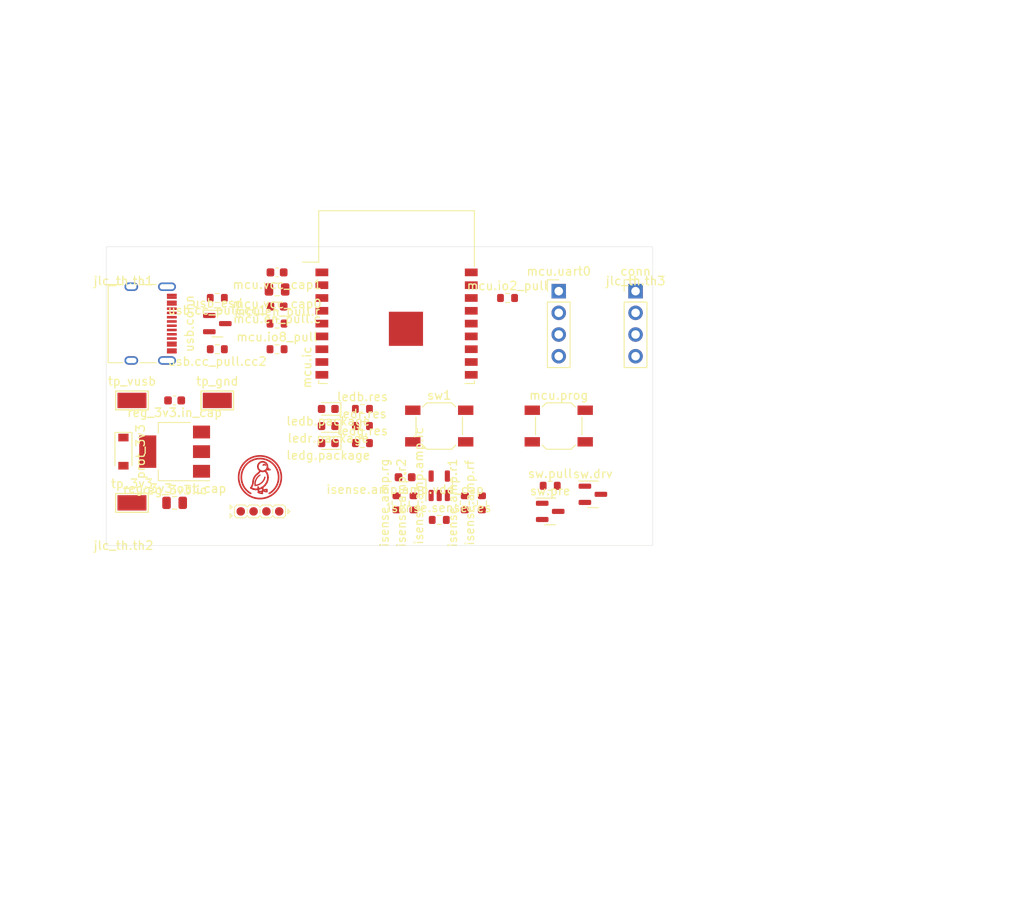
<source format=kicad_pcb>
(kicad_pcb (version 20211014) (generator pcbnew)
  (layers (0 "F.Cu" signal "Front") (31 "B.Cu" signal "Back") (34 "B.Paste" user) (35 "F.Paste" user) (36 "B.SilkS" user "B.Silkscreen") (37 "F.SilkS" user "F.Silkscreen") (38 "B.Mask" user) (39 "F.Mask" user) (44 "Edge.Cuts" user))
  (net 0 "")
  (net 1 "gnd")
  (net 2 "usb.conn.A5")
  (net 3 "vusb")
  (net 4 "usb.conn.B5")
  (net 5 "mcu.ic.io8")
  (net 6 "ledr.res.a")
  (net 7 "ledg.res.a")
  (net 8 "ledb.res.a")
  (net 9 "sw.pre.drain")
  (net 10 "mcu.ic.io2")
  (net 11 "mcu.ic.en")
  (net 12 "ledr.signal")
  (net 13 "ledg.signal")
  (net 14 "ledb.signal")
  (net 15 "sw.control")
  (net 16 "mcu.prog.out")
  (net 17 "mcu.uart0.uart.tx")
  (net 18 "mcu.uart0.uart.rx")
  (net 19 "v3v3")
  (net 20 "usb.usb.dm")
  (net 21 "usb.usb.dp")
  (net 22 "sw1.out")
  (net 23 "conn.uart.tx")
  (net 24 "conn.uart.rx")
  (net 25 "sw.output")
  (net 26 "isense.pwr_out")
  (net 27 "isense.amp.r1.b")
  (net 28 "isense.amp.r2.b")
  (net 29 "isense.out")
  (footprint "Resistor_SMD:R_0603_1608Metric" (layer "F.Cu") (at 134 58)
    (fp_text reference "ledb.res" (at 0 -1.43) (layer "F.SilkS"))
    (fp_text value "")
    (fp_line (start -0.237258 -0.5225) (end 0.237258 -0.5225) (layer "F.SilkS") (width 0.12))
    (fp_line (start -0.237258 0.5225) (end 0.237258 0.5225) (layer "F.SilkS") (width 0.12))
    (pad "1" smd roundrect (at -0.825 0) (size 0.8 0.95) (layers "F.Cu" "F.Paste" "F.Mask") (net 8 "ledb.res.a"))
    (pad "2" smd roundrect (at 0.825 0) (size 0.8 0.95) (layers "F.Cu" "F.Paste" "F.Mask") (net 1 "gnd"))
  )
  (footprint "Resistor_SMD:R_0603_1608Metric" (layer "F.Cu") (at 156 67)
    (fp_text reference "sw.pull" (at 0 -1.43) (layer "F.SilkS"))
    (fp_text value "")
    (fp_line (start -0.237258 0.5225) (end 0.237258 0.5225) (layer "F.SilkS") (width 0.12))
    (fp_line (start -0.237258 -0.5225) (end 0.237258 -0.5225) (layer "F.SilkS") (width 0.12))
    (pad "1" smd roundrect (at -0.825 0) (size 0.8 0.95) (layers "F.Cu" "F.Paste" "F.Mask") (net 26 "isense.pwr_out"))
    (pad "2" smd roundrect (at 0.825 0) (size 0.8 0.95) (layers "F.Cu" "F.Paste" "F.Mask") (net 9 "sw.pre.drain"))
  )
  (footprint "Resistor_SMD:R_0603_1608Metric" (layer "F.Cu") (at 124 51)
    (fp_text reference "mcu.io8_pull" (at 0 -1.43) (layer "F.SilkS"))
    (fp_text value "")
    (fp_line (start -0.237258 -0.5225) (end 0.237258 -0.5225) (layer "F.SilkS") (width 0.12))
    (fp_line (start -0.237258 0.5225) (end 0.237258 0.5225) (layer "F.SilkS") (width 0.12))
    (pad "1" smd roundrect (at -0.825 0) (size 0.8 0.95) (layers "F.Cu" "F.Paste" "F.Mask") (net 19 "v3v3"))
    (pad "2" smd roundrect (at 0.825 0) (size 0.8 0.95) (layers "F.Cu" "F.Paste" "F.Mask") (net 5 "mcu.ic.io8"))
  )
  (footprint "Package_TO_SOT_SMD:SOT-23" (layer "F.Cu") (at 117 48)
    (fp_text reference "usb_esd" (at 0 -2.4) (layer "F.SilkS"))
    (fp_text value "PESD5V0X1BT (Nexperia)")
    (fp_line (start 0 1.56) (end -0.65 1.56) (layer "F.SilkS") (width 0.12))
    (fp_line (start 0 1.56) (end 0.65 1.56) (layer "F.SilkS") (width 0.12))
    (fp_line (start 0 -1.56) (end -1.675 -1.56) (layer "F.SilkS") (width 0.12))
    (fp_line (start 0 -1.56) (end 0.65 -1.56) (layer "F.SilkS") (width 0.12))
    (pad "1" smd roundrect (at -0.9375 -0.95) (size 1.475 0.6) (layers "F.Cu" "F.Paste" "F.Mask") (net 20 "usb.usb.dm"))
    (pad "2" smd roundrect (at -0.9375 0.95) (size 1.475 0.6) (layers "F.Cu" "F.Paste" "F.Mask") (net 21 "usb.usb.dp"))
    (pad "3" smd roundrect (at 0.9375 0) (size 1.475 0.6) (layers "F.Cu" "F.Paste" "F.Mask") (net 1 "gnd"))
  )
  (footprint "RF_Module:ESP-WROOM-02" (layer "F.Cu") (at 138 48)
    (fp_text reference "mcu.ic" (at -10.5 5.13 90) (layer "F.SilkS"))
    (fp_text value "ESP32-C3-WROOM-02 (Espressif Systems)")
    (fp_line (start 9.12 6.7) (end 9.12 7) (layer "F.SilkS") (width 0.12))
    (fp_line (start -9.12 -13.22) (end 9.12 -13.22) (layer "F.SilkS") (width 0.12))
    (fp_line (start -9.12 7.02) (end -8.1 7.02) (layer "F.SilkS") (width 0.12))
    (fp_line (start 9.12 -13.22) (end 9.12 -6.7) (layer "F.SilkS") (width 0.12))
    (fp_line (start -9.12 -7.2) (end -11 -7.2) (layer "F.SilkS") (width 0.12))
    (fp_line (start -9.12 6.7) (end -9.12 7.02) (layer "F.SilkS") (width 0.12))
    (fp_line (start -9.12 -13.22) (end -9.12 -7.2) (layer "F.SilkS") (width 0.12))
    (fp_line (start 8 7.02) (end 9.12 7.02) (layer "F.SilkS") (width 0.12))
    (pad "1" smd rect (at -8.75 -6) (size 1.5 0.9) (layers "F.Cu" "F.Paste" "F.Mask") (net 19 "v3v3"))
    (pad "2" smd rect (at -8.75 -4.5) (size 1.5 0.9) (layers "F.Cu" "F.Paste" "F.Mask") (net 11 "mcu.ic.en"))
    (pad "3" smd rect (at -8.75 -3) (size 1.5 0.9) (layers "F.Cu" "F.Paste" "F.Mask") (net 22 "sw1.out"))
    (pad "4" smd rect (at -8.75 -1.5) (size 1.5 0.9) (layers "F.Cu" "F.Paste" "F.Mask") (net 12 "ledr.signal"))
    (pad "5" smd rect (at -8.75 0) (size 1.5 0.9) (layers "F.Cu" "F.Paste" "F.Mask") (net 13 "ledg.signal"))
    (pad "6" smd rect (at -8.75 1.5) (size 1.5 0.9) (layers "F.Cu" "F.Paste" "F.Mask") (net 14 "ledb.signal"))
    (pad "7" smd rect (at -8.75 3) (size 1.5 0.9) (layers "F.Cu" "F.Paste" "F.Mask") (net 5 "mcu.ic.io8"))
    (pad "8" smd rect (at -8.75 4.5) (size 1.5 0.9) (layers "F.Cu" "F.Paste" "F.Mask") (net 16 "mcu.prog.out"))
    (pad "9" smd rect (at -8.75 6) (size 1.5 0.9) (layers "F.Cu" "F.Paste" "F.Mask") (net 1 "gnd"))
    (pad "10" smd rect (at 8.75 6) (size 1.5 0.9) (layers "F.Cu" "F.Paste" "F.Mask") (net 15 "sw.control"))
    (pad "11" smd rect (at 8.75 4.5) (size 1.5 0.9) (layers "F.Cu" "F.Paste" "F.Mask") (net 17 "mcu.uart0.uart.tx"))
    (pad "12" smd rect (at 8.75 3) (size 1.5 0.9) (layers "F.Cu" "F.Paste" "F.Mask") (net 18 "mcu.uart0.uart.rx"))
    (pad "13" smd rect (at 8.75 1.5) (size 1.5 0.9) (layers "F.Cu" "F.Paste" "F.Mask") (net 20 "usb.usb.dm"))
    (pad "14" smd rect (at 8.75 0) (size 1.5 0.9) (layers "F.Cu" "F.Paste" "F.Mask") (net 21 "usb.usb.dp"))
    (pad "15" smd rect (at 8.75 -1.5) (size 1.5 0.9) (layers "F.Cu" "F.Paste" "F.Mask") (net 29 "isense.out"))
    (pad "16" smd rect (at 8.75 -3) (size 1.5 0.9) (layers "F.Cu" "F.Paste" "F.Mask") (net 10 "mcu.ic.io2"))
    (pad "17" smd rect (at 8.75 -4.5) (size 1.5 0.9) (layers "F.Cu" "F.Paste" "F.Mask") (net 23 "conn.uart.tx"))
    (pad "18" smd rect (at 8.75 -6) (size 1.5 0.9) (layers "F.Cu" "F.Paste" "F.Mask") (net 24 "conn.uart.rx"))
    (pad "19" smd rect (at 1.1 0.61) (size 4 4) (layers "F.Cu" "F.Paste" "F.Mask") (net 1 "gnd"))
  )
  (footprint "TestPoint:TestPoint_Keystone_5015_Micro-Minature" (layer "F.Cu") (at 107 57)
    (fp_text reference "tp_vusb" (at 0 -2.25) (layer "F.SilkS"))
    (fp_text value "5015 (Keystone) - vusb")
    (fp_line (start -1.9 1.1) (end -1.9 -1.1) (layer "F.SilkS") (width 0.15))
    (fp_line (start 1.9 1.1) (end -1.9 1.1) (layer "F.SilkS") (width 0.15))
    (fp_line (start 1.9 -1.1) (end 1.9 1.1) (layer "F.SilkS") (width 0.15))
    (fp_line (start -1.9 -1.1) (end 1.9 -1.1) (layer "F.SilkS") (width 0.15))
    (pad "1" smd rect (at 0 0) (size 3.4 1.8) (layers "F.Cu" "F.Paste" "F.Mask") (net 3 "vusb"))
  )
  (footprint "TestPoint:TestPoint_Keystone_5015_Micro-Minature" (layer "F.Cu") (at 117 57)
    (fp_text reference "tp_gnd" (at 0 -2.25) (layer "F.SilkS"))
    (fp_text value "5015 (Keystone) - gnd")
    (fp_line (start 1.9 -1.1) (end 1.9 1.1) (layer "F.SilkS") (width 0.15))
    (fp_line (start -1.9 -1.1) (end 1.9 -1.1) (layer "F.SilkS") (width 0.15))
    (fp_line (start -1.9 1.1) (end -1.9 -1.1) (layer "F.SilkS") (width 0.15))
    (fp_line (start 1.9 1.1) (end -1.9 1.1) (layer "F.SilkS") (width 0.15))
    (pad "1" smd rect (at 0 0) (size 3.4 1.8) (layers "F.Cu" "F.Paste" "F.Mask") (net 1 "gnd"))
  )
  (footprint "Package_TO_SOT_SMD:SOT-23-5" (layer "F.Cu") (at 143 67 90)
    (fp_text reference "isense.amp.amp.ic" (at 0 -2.4 90) (layer "F.SilkS"))
    (fp_text value "LMV321 (Texas Instruments)")
    (fp_line (start 0 1.56) (end 0.8 1.56) (layer "F.SilkS") (width 0.12))
    (fp_line (start 0 1.56) (end -0.8 1.56) (layer "F.SilkS") (width 0.12))
    (fp_line (start 0 -1.56) (end -1.8 -1.56) (layer "F.SilkS") (width 0.12))
    (fp_line (start 0 -1.56) (end 0.8 -1.56) (layer "F.SilkS") (width 0.12))
    (pad "1" smd roundrect (at -1.1375 -0.95 90) (size 1.325 0.6) (layers "F.Cu" "F.Paste" "F.Mask") (net 28 "isense.amp.r2.b"))
    (pad "2" smd roundrect (at -1.1375 0 90) (size 1.325 0.6) (layers "F.Cu" "F.Paste" "F.Mask") (net 1 "gnd"))
    (pad "3" smd roundrect (at -1.1375 0.95 90) (size 1.325 0.6) (layers "F.Cu" "F.Paste" "F.Mask") (net 27 "isense.amp.r1.b"))
    (pad "4" smd roundrect (at 1.1375 0.95 90) (size 1.325 0.6) (layers "F.Cu" "F.Paste" "F.Mask") (net 29 "isense.out"))
    (pad "5" smd roundrect (at 1.1375 -0.95 90) (size 1.325 0.6) (layers "F.Cu" "F.Paste" "F.Mask") (net 19 "v3v3"))
  )
  (footprint "LED_SMD:LED_0603_1608Metric" (layer "F.Cu") (at 130 60 180)
    (fp_text reference "ledr.package" (at 0 -1.43) (layer "F.SilkS"))
    (fp_text value "KT-0603R (Hubei KENTO Elec) - Red 615~630nm 1.9~2.2V 0603 Light Emitting Diodes (LED) RoHS")
    (fp_line (start 0.8 -0.735) (end -1.485 -0.735) (layer "F.SilkS") (width 0.12))
    (fp_line (start -1.485 -0.735) (end -1.485 0.735) (layer "F.SilkS") (width 0.12))
    (fp_line (start -1.485 0.735) (end 0.8 0.735) (layer "F.SilkS") (width 0.12))
    (pad "1" smd roundrect (at -0.7875 0 180) (size 0.875 0.95) (layers "F.Cu" "F.Paste" "F.Mask") (net 6 "ledr.res.a"))
    (pad "2" smd roundrect (at 0.7875 0 180) (size 0.875 0.95) (layers "F.Cu" "F.Paste" "F.Mask") (net 12 "ledr.signal"))
  )
  (footprint "Diode_SMD:D_SOD-123" (layer "F.Cu") (at 106 63 -90)
    (fp_text reference "prot_3v3" (at 0 -2 90) (layer "F.SilkS"))
    (fp_text value "BZT52C3V6 (SMC(Sangdest Microelectronicstronic (Nanjing))) - 5?A@1V 90? Single 3.6V~3.8V 350mW 3.4V SOD-123 Zener Diodes ROHS")
    (fp_line (start -2.25 -1) (end -2.25 1) (layer "F.SilkS") (width 0.12))
    (fp_line (start -2.25 -1) (end 1.65 -1) (layer "F.SilkS") (width 0.12))
    (fp_line (start -2.25 1) (end 1.65 1) (layer "F.SilkS") (width 0.12))
    (pad "1" smd rect (at -1.65 0 270) (size 0.9 1.2) (layers "F.Cu" "F.Paste" "F.Mask") (net 19 "v3v3"))
    (pad "2" smd rect (at 1.65 0 270) (size 0.9 1.2) (layers "F.Cu" "F.Paste" "F.Mask") (net 1 "gnd"))
  )
  (footprint "Resistor_SMD:R_0603_1608Metric" (layer "F.Cu") (at 146 69 90)
    (fp_text reference "isense.amp.r1" (at 0 -1.43 90) (layer "F.SilkS"))
    (fp_text value "")
    (fp_line (start -0.237258 0.5225) (end 0.237258 0.5225) (layer "F.SilkS") (width 0.12))
    (fp_line (start -0.237258 -0.5225) (end 0.237258 -0.5225) (layer "F.SilkS") (width 0.12))
    (pad "1" smd roundrect (at -0.825 0 90) (size 0.8 0.95) (layers "F.Cu" "F.Paste" "F.Mask") (net 26 "isense.pwr_out"))
    (pad "2" smd roundrect (at 0.825 0 90) (size 0.8 0.95) (layers "F.Cu" "F.Paste" "F.Mask") (net 27 "isense.amp.r1.b"))
  )
  (footprint "Capacitor_SMD:C_0603_1608Metric" (layer "F.Cu") (at 124 42 180)
    (fp_text reference "mcu.vcc_cap1" (at 0 -1.43) (layer "F.SilkS"))
    (fp_text value "")
    (fp_line (start -0.14058 0.51) (end 0.14058 0.51) (layer "F.SilkS") (width 0.12))
    (fp_line (start -0.14058 -0.51) (end 0.14058 -0.51) (layer "F.SilkS") (width 0.12))
    (pad "1" smd roundrect (at -0.775 0 180) (size 0.9 0.95) (layers "F.Cu" "F.Paste" "F.Mask") (net 19 "v3v3"))
    (pad "2" smd roundrect (at 0.775 0 180) (size 0.9 0.95) (layers "F.Cu" "F.Paste" "F.Mask") (net 1 "gnd"))
  )
  (footprint "Resistor_SMD:R_0603_1608Metric" (layer "F.Cu") (at 134 60)
    (fp_text reference "ledr.res" (at 0 -1.43) (layer "F.SilkS"))
    (fp_text value "")
    (fp_line (start -0.237258 0.5225) (end 0.237258 0.5225) (layer "F.SilkS") (width 0.12))
    (fp_line (start -0.237258 -0.5225) (end 0.237258 -0.5225) (layer "F.SilkS") (width 0.12))
    (pad "1" smd roundrect (at -0.825 0) (size 0.8 0.95) (layers "F.Cu" "F.Paste" "F.Mask") (net 6 "ledr.res.a"))
    (pad "2" smd roundrect (at 0.825 0) (size 0.8 0.95) (layers "F.Cu" "F.Paste" "F.Mask") (net 1 "gnd"))
  )
  (footprint "Connector_PinHeader_2.54mm:PinHeader_1x04_P2.54mm_Vertical" (layer "F.Cu") (at 157 44.2)
    (fp_text reference "mcu.uart0" (at 0 -2.33) (layer "F.SilkS"))
    (fp_text value "PinHeader2.54 1x4 (Generic)")
    (fp_line (start -1.33 -1.33) (end 0 -1.33) (layer "F.SilkS") (width 0.12))
    (fp_line (start 1.33 1.27) (end 1.33 8.95) (layer "F.SilkS") (width 0.12))
    (fp_line (start -1.33 8.95) (end 1.33 8.95) (layer "F.SilkS") (width 0.12))
    (fp_line (start -1.33 1.27) (end -1.33 8.95) (layer "F.SilkS") (width 0.12))
    (fp_line (start -1.33 1.27) (end 1.33 1.27) (layer "F.SilkS") (width 0.12))
    (fp_line (start -1.33 0) (end -1.33 -1.33) (layer "F.SilkS") (width 0.12))
    (pad "1" thru_hole rect (at 0 0) (size 1.7 1.7) (drill 1) (layers *.Cu *.Mask) (net 19 "v3v3"))
    (pad "2" thru_hole oval (at 0 2.54) (size 1.7 1.7) (drill 1) (layers *.Cu *.Mask) (net 18 "mcu.uart0.uart.rx"))
    (pad "3" thru_hole oval (at 0 5.08) (size 1.7 1.7) (drill 1) (layers *.Cu *.Mask) (net 17 "mcu.uart0.uart.tx"))
    (pad "4" thru_hole oval (at 0 7.62) (size 1.7 1.7) (drill 1) (layers *.Cu *.Mask) (net 1 "gnd"))
  )
  (footprint "Capacitor_SMD:C_0603_1608Metric" (layer "F.Cu") (at 139 66 180)
    (fp_text reference "isense.amp.amp.vdd_cap" (at 0 -1.43) (layer "F.SilkS"))
    (fp_text value "")
    (fp_line (start -0.14058 -0.51) (end 0.14058 -0.51) (layer "F.SilkS") (width 0.12))
    (fp_line (start -0.14058 0.51) (end 0.14058 0.51) (layer "F.SilkS") (width 0.12))
    (pad "1" smd roundrect (at -0.775 0 180) (size 0.9 0.95) (layers "F.Cu" "F.Paste" "F.Mask") (net 19 "v3v3"))
    (pad "2" smd roundrect (at 0.775 0 180) (size 0.9 0.95) (layers "F.Cu" "F.Paste" "F.Mask") (net 1 "gnd"))
  )
  (footprint "edg:JlcToolingHole_1.152mm" (layer "F.Cu") (at 106 72)
    (fp_text reference "jlc_th.th2" (at 0 2) (layer "F.SilkS"))
    (fp_text value "")
    (pad "" np_thru_hole circle locked (at 0 0) (size 1.152 1.152) (drill 1.152) (layers *.Cu *.Mask))
  )
  (footprint "edg:JlcToolingHole_1.152mm" (layer "F.Cu") (at 166 41)
    (fp_text reference "jlc_th.th3" (at 0 2) (layer "F.SilkS"))
    (fp_text value "")
    (pad "" np_thru_hole circle locked (at 0 0) (size 1.152 1.152) (drill 1.152) (layers *.Cu *.Mask))
  )
  (footprint "Connector_USB:USB_C_Receptacle_XKB_U262-16XN-4BVC11" (layer "F.Cu") (at 108 48 -90)
    (fp_text reference "usb.conn" (at 0 -5.715 90) (layer "F.SilkS"))
    (fp_text value "COM-15111 (Sparkfun)")
    (fp_line (start -4.58 3.785) (end -4.58 2.08) (layer "F.SilkS") (width 0.12))
    (fp_line (start 4.58 0.07) (end 4.58 -1.85) (layer "F.SilkS") (width 0.12))
    (fp_line (start -4.58 -1.85) (end -4.58 0.07) (layer "F.SilkS") (width 0.12))
    (fp_line (start 4.58 2.08) (end 4.58 3.785) (layer "F.SilkS") (width 0.12))
    (fp_line (start 4.58 3.785) (end -4.58 3.785) (layer "F.SilkS") (width 0.12))
    (pad "" np_thru_hole circle (at 2.89 -2.605 270) (size 0.65 0.65) (drill 0.65) (layers *.Cu *.Mask))
    (pad "" np_thru_hole circle (at -2.89 -2.605 270) (size 0.65 0.65) (drill 0.65) (layers *.Cu *.Mask))
    (pad "A1" smd rect (at -3.35 -3.67 270) (size 0.3 1.15) (layers "F.Cu" "F.Paste" "F.Mask") (net 1 "gnd"))
    (pad "A4" smd rect (at -2.55 -3.67 270) (size 0.3 1.15) (layers "F.Cu" "F.Paste" "F.Mask") (net 3 "vusb"))
    (pad "A5" smd rect (at -1.25 -3.67 270) (size 0.3 1.15) (layers "F.Cu" "F.Paste" "F.Mask") (net 2 "usb.conn.A5"))
    (pad "A6" smd rect (at -0.25 -3.67 270) (size 0.3 1.15) (layers "F.Cu" "F.Paste" "F.Mask") (net 21 "usb.usb.dp"))
    (pad "A7" smd rect (at 0.25 -3.67 270) (size 0.3 1.15) (layers "F.Cu" "F.Paste" "F.Mask") (net 20 "usb.usb.dm"))
    (pad "A8" smd rect (at 1.25 -3.67 270) (size 0.3 1.15) (layers "F.Cu" "F.Paste" "F.Mask"))
    (pad "A9" smd rect (at 2.55 -3.67 270) (size 0.3 1.15) (layers "F.Cu" "F.Paste" "F.Mask") (net 3 "vusb"))
    (pad "A12" smd rect (at 3.35 -3.67 270) (size 0.3 1.15) (layers "F.Cu" "F.Paste" "F.Mask") (net 1 "gnd"))
    (pad "B1" smd rect (at 3.05 -3.67 270) (size 0.3 1.15) (layers "F.Cu" "F.Paste" "F.Mask") (net 1 "gnd"))
    (pad "B4" smd rect (at 2.25 -3.67 270) (size 0.3 1.15) (layers "F.Cu" "F.Paste" "F.Mask") (net 3 "vusb"))
    (pad "B5" smd rect (at 1.75 -3.67 270) (size 0.3 1.15) (layers "F.Cu" "F.Paste" "F.Mask") (net 4 "usb.conn.B5"))
    (pad "B6" smd rect (at 0.75 -3.67 270) (size 0.3 1.15) (layers "F.Cu" "F.Paste" "F.Mask") (net 21 "usb.usb.dp"))
    (pad "B7" smd rect (at -0.75 -3.67 270) (size 0.3 1.15) (layers "F.Cu" "F.Paste" "F.Mask") (net 20 "usb.usb.dm"))
    (pad "B8" smd rect (at -1.75 -3.67 270) (size 0.3 1.15) (layers "F.Cu" "F.Paste" "F.Mask"))
    (pad "B9" smd rect (at -2.25 -3.67 270) (size 0.3 1.15) (layers "F.Cu" "F.Paste" "F.Mask") (net 3 "vusb"))
    (pad "B12" smd rect (at -3.05 -3.67 270) (size 0.3 1.15) (layers "F.Cu" "F.Paste" "F.Mask") (net 1 "gnd"))
    (pad "S1" thru_hole oval (at -4.32 -3.105 270) (size 1 2.1) (drill oval 0.6 1.7) (layers *.Cu *.Mask) (net 1 "gnd"))
    (pad "S1" thru_hole oval (at 4.32 1.075 270) (size 1 1.6) (drill oval 0.6 1.2) (layers *.Cu *.Mask) (net 1 "gnd"))
    (pad "S1" thru_hole oval (at 4.32 -3.105 270) (size 1 2.1) (drill oval 0.6 1.7) (layers *.Cu *.Mask) (net 1 "gnd"))
    (pad "S1" thru_hole oval (at -4.32 1.075 270) (size 1 1.6) (drill oval 0.6 1.2) (layers *.Cu *.Mask) (net 1 "gnd"))
  )
  (footprint "Resistor_SMD:R_0603_1608Metric" (layer "F.Cu") (at 148 69 90)
    (fp_text reference "isense.amp.rf" (at 0 -1.43 90) (layer "F.SilkS"))
    (fp_text value "")
    (fp_line (start -0.237258 -0.5225) (end 0.237258 -0.5225) (layer "F.SilkS") (width 0.12))
    (fp_line (start -0.237258 0.5225) (end 0.237258 0.5225) (layer "F.SilkS") (width 0.12))
    (pad "1" smd roundrect (at -0.825 0 90) (size 0.8 0.95) (layers "F.Cu" "F.Paste" "F.Mask") (net 29 "isense.out"))
    (pad "2" smd roundrect (at 0.825 0 90) (size 0.8 0.95) (layers "F.Cu" "F.Paste" "F.Mask") (net 27 "isense.amp.r1.b"))
  )
  (footprint "Resistor_SMD:R_0603_1608Metric" (layer "F.Cu") (at 124 48)
    (fp_text reference "mcu.en_pull.r" (at 0 -1.43) (layer "F.SilkS"))
    (fp_text value "")
    (fp_line (start -0.237258 -0.5225) (end 0.237258 -0.5225) (layer "F.SilkS") (width 0.12))
    (fp_line (start -0.237258 0.5225) (end 0.237258 0.5225) (layer "F.SilkS") (width 0.12))
    (pad "1" smd roundrect (at -0.825 0) (size 0.8 0.95) (layers "F.Cu" "F.Paste" "F.Mask") (net 19 "v3v3"))
    (pad "2" smd roundrect (at 0.825 0) (size 0.8 0.95) (layers "F.Cu" "F.Paste" "F.Mask") (net 11 "mcu.ic.en"))
  )
  (footprint "Package_TO_SOT_SMD:SOT-23" (layer "F.Cu") (at 156 70)
    (fp_text reference "sw.pre" (at 0 -2.4) (layer "F.SilkS"))
    (fp_text value "2N7002 (Changjiang Electronics Tech (CJ)) - 60V 115mA 200mW 7.5?@10V,500mA 2.5V@250?A N Channel SOT-23(SOT-23-3) MOSFETs ROHS")
    (fp_line (start 0 -1.56) (end -1.675 -1.56) (layer "F.SilkS") (width 0.12))
    (fp_line (start 0 -1.56) (end 0.65 -1.56) (layer "F.SilkS") (width 0.12))
    (fp_line (start 0 1.56) (end 0.65 1.56) (layer "F.SilkS") (width 0.12))
    (fp_line (start 0 1.56) (end -0.65 1.56) (layer "F.SilkS") (width 0.12))
    (pad "1" smd roundrect (at -0.9375 -0.95) (size 1.475 0.6) (layers "F.Cu" "F.Paste" "F.Mask") (net 15 "sw.control"))
    (pad "2" smd roundrect (at -0.9375 0.95) (size 1.475 0.6) (layers "F.Cu" "F.Paste" "F.Mask") (net 1 "gnd"))
    (pad "3" smd roundrect (at 0.9375 0) (size 1.475 0.6) (layers "F.Cu" "F.Paste" "F.Mask") (net 9 "sw.pre.drain"))
  )
  (footprint "LED_SMD:LED_0603_1608Metric" (layer "F.Cu") (at 130 62 180)
    (fp_text reference "ledg.package" (at 0 -1.43) (layer "F.SilkS"))
    (fp_text value "")
    (fp_line (start 0.8 -0.735) (end -1.485 -0.735) (layer "F.SilkS") (width 0.12))
    (fp_line (start -1.485 0.735) (end 0.8 0.735) (layer "F.SilkS") (width 0.12))
    (fp_line (start -1.485 -0.735) (end -1.485 0.735) (layer "F.SilkS") (width 0.12))
    (pad "1" smd roundrect (at -0.7875 0 180) (size 0.875 0.95) (layers "F.Cu" "F.Paste" "F.Mask") (net 7 "ledg.res.a"))
    (pad "2" smd roundrect (at 0.7875 0 180) (size 0.875 0.95) (layers "F.Cu" "F.Paste" "F.Mask") (net 13 "ledg.signal"))
  )
  (footprint "Resistor_SMD:R_0603_1608Metric" (layer "F.Cu") (at 138 69 90)
    (fp_text reference "isense.amp.rg" (at 0 -1.43 90) (layer "F.SilkS"))
    (fp_text value "")
    (fp_line (start -0.237258 0.5225) (end 0.237258 0.5225) (layer "F.SilkS") (width 0.12))
    (fp_line (start -0.237258 -0.5225) (end 0.237258 -0.5225) (layer "F.SilkS") (width 0.12))
    (pad "1" smd roundrect (at -0.825 0 90) (size 0.8 0.95) (layers "F.Cu" "F.Paste" "F.Mask") (net 1 "gnd"))
    (pad "2" smd roundrect (at 0.825 0 90) (size 0.8 0.95) (layers "F.Cu" "F.Paste" "F.Mask") (net 28 "isense.amp.r2.b"))
  )
  (footprint "edg:Indicator_IdDots_4" (layer "F.Cu") (at 122 70)
    (fp_text reference "id" hide)
    (fp_text value "IdDots4")
    (fp_circle (center 2.25 0) (end 2.5 0) (layer "F.Cu") (width 0.5) (fill none))
    (fp_circle (center -2.25 0) (end -2 0) (layer "F.Cu") (width 0.5) (fill none))
    (fp_circle (center -0.75 0) (end -0.5 0) (layer "F.Cu") (width 0.5) (fill none))
    (fp_circle (center 0.75 0) (end 1 0) (layer "F.Cu") (width 0.5) (fill none))
    (fp_line (start -3.5 -0.75) (end -3.25 -0.5) (layer "F.SilkS") (width 0.1))
    (fp_line (start 3.25 -0.25) (end 3.5 0) (layer "F.SilkS") (width 0.1))
    (fp_line (start -2.75 0.75) (end -1.75 0.75) (layer "F.SilkS") (width 0.1))
    (fp_line (start -3.5 0.25) (end -3.25 0.5) (layer "F.SilkS") (width 0.1))
    (fp_line (start 0.25 -0.75) (end 0 -0.5) (layer "F.SilkS") (width 0.1))
    (fp_line (start 0 0.25) (end 0 -0.25) (layer "F.SilkS") (width 0.1))
    (fp_line (start -1.5 -0.5) (end -1.75 -0.75) (layer "F.SilkS") (width 0.1))
    (fp_line (start -3.25 -0.5) (end -3.5 -0.25) (layer "F.SilkS") (width 0.1))
    (fp_line (start 1.5 -0.5) (end 1.25 -0.75) (layer "F.SilkS") (width 0.1))
    (fp_line (start 0 0.5) (end 0.25 0.75) (layer "F.SilkS") (width 0.1))
    (fp_line (start 3.5 0) (end 3.25 0.25) (layer "F.SilkS") (width 0.1))
    (fp_line (start 3.25 0.25) (end 3.25 -0.25) (layer "F.SilkS") (width 0.1))
    (fp_line (start 1.25 -0.75) (end 0.25 -0.75) (layer "F.SilkS") (width 0.1))
    (fp_line (start -0.25 -0.75) (end -1.25 -0.75) (layer "F.SilkS") (width 0.1))
    (fp_line (start 1.5 0.5) (end 1.75 0.75) (layer "F.SilkS") (width 0.1))
    (fp_line (start 2.75 -0.75) (end 1.75 -0.75) (layer "F.SilkS") (width 0.1))
    (fp_line (start 3 0.5) (end 3 -0.5) (layer "F.SilkS") (width 0.1))
    (fp_line (start 1.5 0.25) (end 1.5 -0.25) (layer "F.SilkS") (width 0.1))
    (fp_line (start 0 -0.5) (end -0.25 -0.75) (layer "F.SilkS") (width 0.1))
    (fp_line (start 0.25 0.75) (end 1.25 0.75) (layer "F.SilkS") (width 0.1))
    (fp_line (start -3 0.5) (end -2.75 0.75) (layer "F.SilkS") (width 0.1))
    (fp_line (start -1.5 0.5) (end -1.25 0.75) (layer "F.SilkS") (width 0.1))
    (fp_line (start 3 -0.5) (end 2.75 -0.75) (layer "F.SilkS") (width 0.1))
    (fp_line (start -3.25 0.5) (end -3.5 0.75) (layer "F.SilkS") (width 0.1))
    (fp_line (start -3.5 -0.25) (end -3.5 -0.75) (layer "F.SilkS") (width 0.1))
    (fp_line (start -1.25 -0.75) (end -1.5 -0.5) (layer "F.SilkS") (width 0.1))
    (fp_line (start -1.5 0.25) (end -1.5 -0.25) (layer "F.SilkS") (width 0.1))
    (fp_line (start -1.75 0.75) (end -1.5 0.5) (layer "F.SilkS") (width 0.1))
    (fp_line (start 1.75 0.75) (end 2.75 0.75) (layer "F.SilkS") (width 0.1))
    (fp_line (start 2.75 0.75) (end 3 0.5) (layer "F.SilkS") (width 0.1))
    (fp_line (start -1.25 0.75) (end -0.25 0.75) (layer "F.SilkS") (width 0.1))
    (fp_line (start -3 -0.5) (end -3 0.5) (layer "F.SilkS") (width 0.1))
    (fp_line (start -2.75 -0.75) (end -3 -0.5) (layer "F.SilkS") (width 0.1))
    (fp_line (start -0.25 0.75) (end 0 0.5) (layer "F.SilkS") (width 0.1))
    (fp_line (start 1.25 0.75) (end 1.5 0.5) (layer "F.SilkS") (width 0.1))
    (fp_line (start 1.75 -0.75) (end 1.5 -0.5) (layer "F.SilkS") (width 0.1))
    (fp_line (start -1.75 -0.75) (end -2.75 -0.75) (layer "F.SilkS") (width 0.1))
    (fp_line (start -3.5 0.75) (end -3.5 0.25) (layer "F.SilkS") (width 0.1))
  )
  (footprint "Resistor_SMD:R_0603_1608Metric" (layer "F.Cu") (at 143 71)
    (fp_text reference "isense.sense.res" (at 0 -1.43) (layer "F.SilkS"))
    (fp_text value "")
    (fp_line (start -0.237258 -0.5225) (end 0.237258 -0.5225) (layer "F.SilkS") (width 0.12))
    (fp_line (start -0.237258 0.5225) (end 0.237258 0.5225) (layer "F.SilkS") (width 0.12))
    (pad "1" smd roundrect (at -0.825 0) (size 0.8 0.95) (layers "F.Cu" "F.Paste" "F.Mask") (net 3 "vusb"))
    (pad "2" smd roundrect (at 0.825 0) (size 0.8 0.95) (layers "F.Cu" "F.Paste" "F.Mask") (net 26 "isense.pwr_out"))
  )
  (footprint "Resistor_SMD:R_0603_1608Metric" (layer "F.Cu") (at 151 45)
    (fp_text reference "mcu.io2_pull" (at 0 -1.43) (layer "F.SilkS"))
    (fp_text value "")
    (fp_line (start -0.237258 0.5225) (end 0.237258 0.5225) (layer "F.SilkS") (width 0.12))
    (fp_line (start -0.237258 -0.5225) (end 0.237258 -0.5225) (layer "F.SilkS") (width 0.12))
    (pad "1" smd roundrect (at -0.825 0) (size 0.8 0.95) (layers "F.Cu" "F.Paste" "F.Mask") (net 19 "v3v3"))
    (pad "2" smd roundrect (at 0.825 0) (size 0.8 0.95) (layers "F.Cu" "F.Paste" "F.Mask") (net 10 "mcu.ic.io2"))
  )
  (footprint "Button_Switch_SMD:SW_SPST_SKQG_WithoutStem" (layer "F.Cu") (at 143 60)
    (fp_text reference "sw1" (at 0 -3.6) (layer "F.SilkS"))
    (fp_text value "5.1mm switch")
    (fp_line (start -1.45 2.72) (end 1.45 2.72) (layer "F.SilkS") (width 0.12))
    (fp_line (start 1.45 2.72) (end 1.94 2.23) (layer "F.SilkS") (width 0.12))
    (fp_line (start -1.45 2.72) (end -1.94 2.23) (layer "F.SilkS") (width 0.12))
    (fp_line (start -1.45 -2.72) (end 1.45 -2.72) (layer "F.SilkS") (width 0.12))
    (fp_line (start 2.72 1.04) (end 2.72 -1.04) (layer "F.SilkS") (width 0.12))
    (fp_line (start 1.45 -2.72) (end 1.94 -2.23) (layer "F.SilkS") (width 0.12))
    (fp_line (start -1.45 -2.72) (end -1.94 -2.23) (layer "F.SilkS") (width 0.12))
    (fp_line (start -2.72 1.04) (end -2.72 -1.04) (layer "F.SilkS") (width 0.12))
    (pad "1" smd rect (at 3.1 -1.85) (size 1.8 1.1) (layers "F.Cu" "F.Paste" "F.Mask") (net 1 "gnd"))
    (pad "1" smd rect (at -3.1 -1.85) (size 1.8 1.1) (layers "F.Cu" "F.Paste" "F.Mask") (net 1 "gnd"))
    (pad "2" smd rect (at -3.1 1.85) (size 1.8 1.1) (layers "F.Cu" "F.Paste" "F.Mask") (net 22 "sw1.out"))
    (pad "2" smd rect (at 3.1 1.85) (size 1.8 1.1) (layers "F.Cu" "F.Paste" "F.Mask") (net 22 "sw1.out"))
  )
  (footprint "Resistor_SMD:R_0603_1608Metric" (layer "F.Cu") (at 140 69 90)
    (fp_text reference "isense.amp.r2" (at 0 -1.43 90) (layer "F.SilkS"))
    (fp_text value "")
    (fp_line (start -0.237258 0.5225) (end 0.237258 0.5225) (layer "F.SilkS") (width 0.12))
    (fp_line (start -0.237258 -0.5225) (end 0.237258 -0.5225) (layer "F.SilkS") (width 0.12))
    (pad "1" smd roundrect (at -0.825 0 90) (size 0.8 0.95) (layers "F.Cu" "F.Paste" "F.Mask") (net 3 "vusb"))
    (pad "2" smd roundrect (at 0.825 0 90) (size 0.8 0.95) (layers "F.Cu" "F.Paste" "F.Mask") (net 28 "isense.amp.r2.b"))
  )
  (footprint "Resistor_SMD:R_0603_1608Metric" (layer "F.Cu") (at 134 62)
    (fp_text reference "ledg.res" (at 0 -1.43) (layer "F.SilkS"))
    (fp_text value "")
    (fp_line (start -0.237258 0.5225) (end 0.237258 0.5225) (layer "F.SilkS") (width 0.12))
    (fp_line (start -0.237258 -0.5225) (end 0.237258 -0.5225) (layer "F.SilkS") (width 0.12))
    (pad "1" smd roundrect (at -0.825 0) (size 0.8 0.95) (layers "F.Cu" "F.Paste" "F.Mask") (net 7 "ledg.res.a"))
    (pad "2" smd roundrect (at 0.825 0) (size 0.8 0.95) (layers "F.Cu" "F.Paste" "F.Mask") (net 1 "gnd"))
  )
  (footprint "Button_Switch_SMD:SW_SPST_SKQG_WithoutStem" (layer "F.Cu") (at 157 60)
    (fp_text reference "mcu.prog" (at 0 -3.6) (layer "F.SilkS"))
    (fp_text value "5.1mm switch")
    (fp_line (start -1.45 2.72) (end 1.45 2.72) (layer "F.SilkS") (width 0.12))
    (fp_line (start 1.45 -2.72) (end 1.94 -2.23) (layer "F.SilkS") (width 0.12))
    (fp_line (start -1.45 2.72) (end -1.94 2.23) (layer "F.SilkS") (width 0.12))
    (fp_line (start -1.45 -2.72) (end 1.45 -2.72) (layer "F.SilkS") (width 0.12))
    (fp_line (start -2.72 1.04) (end -2.72 -1.04) (layer "F.SilkS") (width 0.12))
    (fp_line (start -1.45 -2.72) (end -1.94 -2.23) (layer "F.SilkS") (width 0.12))
    (fp_line (start 2.72 1.04) (end 2.72 -1.04) (layer "F.SilkS") (width 0.12))
    (fp_line (start 1.45 2.72) (end 1.94 2.23) (layer "F.SilkS") (width 0.12))
    (pad "1" smd rect (at -3.1 -1.85) (size 1.8 1.1) (layers "F.Cu" "F.Paste" "F.Mask") (net 1 "gnd"))
    (pad "1" smd rect (at 3.1 -1.85) (size 1.8 1.1) (layers "F.Cu" "F.Paste" "F.Mask") (net 1 "gnd"))
    (pad "2" smd rect (at 3.1 1.85) (size 1.8 1.1) (layers "F.Cu" "F.Paste" "F.Mask") (net 16 "mcu.prog.out"))
    (pad "2" smd rect (at -3.1 1.85) (size 1.8 1.1) (layers "F.Cu" "F.Paste" "F.Mask") (net 16 "mcu.prog.out"))
  )
  (footprint "Capacitor_SMD:C_0805_2012Metric" (layer "F.Cu") (at 124 44 180)
    (fp_text reference "mcu.vcc_cap0" (at 0 -1.68) (layer "F.SilkS"))
    (fp_text value "")
    (fp_line (start -0.261252 0.735) (end 0.261252 0.735) (layer "F.SilkS") (width 0.12))
    (fp_line (start -0.261252 -0.735) (end 0.261252 -0.735) (layer "F.SilkS") (width 0.12))
    (pad "1" smd roundrect (at -0.95 0 180) (size 1 1.45) (layers "F.Cu" "F.Paste" "F.Mask") (net 19 "v3v3"))
    (pad "2" smd roundrect (at 0.95 0 180) (size 1 1.45) (layers "F.Cu" "F.Paste" "F.Mask") (net 1 "gnd"))
  )
  (footprint "Package_TO_SOT_SMD:SOT-223-3_TabPin2" (layer "F.Cu") (at 112 63 180)
    (fp_text reference "reg_3v3.ic" (at 0 -4.5) (layer "F.SilkS"))
    (fp_text value "LD1117S33TR (STMicroelectronics)")
    (fp_line (start -1.85 3.41) (end 1.91 3.41) (layer "F.SilkS") (width 0.12))
    (fp_line (start -4.1 -3.41) (end 1.91 -3.41) (layer "F.SilkS") (width 0.12))
    (fp_line (start 1.91 3.41) (end 1.91 2.15) (layer "F.SilkS") (width 0.12))
    (fp_line (start 1.91 -3.41) (end 1.91 -2.15) (layer "F.SilkS") (width 0.12))
    (pad "1" smd rect (at -3.15 -2.3 180) (size 2 1.5) (layers "F.Cu" "F.Paste" "F.Mask") (net 1 "gnd"))
    (pad "2" smd rect (at -3.15 0 180) (size 2 1.5) (layers "F.Cu" "F.Paste" "F.Mask") (net 19 "v3v3"))
    (pad "2" smd rect (at 3.15 0 180) (size 2 3.8) (layers "F.Cu" "F.Paste" "F.Mask") (net 19 "v3v3"))
    (pad "3" smd rect (at -3.15 2.3 180) (size 2 1.5) (layers "F.Cu" "F.Paste" "F.Mask") (net 3 "vusb"))
  )
  (footprint "Capacitor_SMD:C_0603_1608Metric" (layer "F.Cu") (at 124 46 180)
    (fp_text reference "mcu.en_pull.c" (at 0 -1.43) (layer "F.SilkS"))
    (fp_text value "")
    (fp_line (start -0.14058 -0.51) (end 0.14058 -0.51) (layer "F.SilkS") (width 0.12))
    (fp_line (start -0.14058 0.51) (end 0.14058 0.51) (layer "F.SilkS") (width 0.12))
    (pad "1" smd roundrect (at -0.775 0 180) (size 0.9 0.95) (layers "F.Cu" "F.Paste" "F.Mask") (net 11 "mcu.ic.en"))
    (pad "2" smd roundrect (at 0.775 0 180) (size 0.9 0.95) (layers "F.Cu" "F.Paste" "F.Mask") (net 1 "gnd"))
  )
  (footprint "edg:JlcToolingHole_1.152mm" (layer "F.Cu") (at 106 41)
    (fp_text reference "jlc_th.th1" (at 0 2) (layer "F.SilkS"))
    (fp_text value "")
    (pad "" np_thru_hole circle locked (at 0 0) (size 1.152 1.152) (drill 1.152) (layers *.Cu *.Mask))
  )
  (footprint "Connector_PinHeader_2.54mm:PinHeader_1x04_P2.54mm_Vertical" (layer "F.Cu") (at 166 44.2)
    (fp_text reference "conn" (at 0 -2.33) (layer "F.SilkS"))
    (fp_text value "PinHeader2.54 1x4 (Generic)")
    (fp_line (start -1.33 1.27) (end 1.33 1.27) (layer "F.SilkS") (width 0.12))
    (fp_line (start -1.33 -1.33) (end 0 -1.33) (layer "F.SilkS") (width 0.12))
    (fp_line (start 1.33 1.27) (end 1.33 8.95) (layer "F.SilkS") (width 0.12))
    (fp_line (start -1.33 8.95) (end 1.33 8.95) (layer "F.SilkS") (width 0.12))
    (fp_line (start -1.33 0) (end -1.33 -1.33) (layer "F.SilkS") (width 0.12))
    (fp_line (start -1.33 1.27) (end -1.33 8.95) (layer "F.SilkS") (width 0.12))
    (pad "1" thru_hole rect (at 0 0) (size 1.7 1.7) (drill 1) (layers *.Cu *.Mask) (net 24 "conn.uart.rx"))
    (pad "2" thru_hole oval (at 0 2.54) (size 1.7 1.7) (drill 1) (layers *.Cu *.Mask) (net 23 "conn.uart.tx"))
    (pad "3" thru_hole oval (at 0 5.08) (size 1.7 1.7) (drill 1) (layers *.Cu *.Mask) (net 1 "gnd"))
    (pad "4" thru_hole oval (at 0 7.62) (size 1.7 1.7) (drill 1) (layers *.Cu *.Mask) (net 25 "sw.output"))
  )
  (footprint "Resistor_SMD:R_0603_1608Metric" (layer "F.Cu") (at 117 51 180)
    (fp_text reference "usb.cc_pull.cc2" (at 0 -1.43) (layer "F.SilkS"))
    (fp_text value "")
    (fp_line (start -0.237258 0.5225) (end 0.237258 0.5225) (layer "F.SilkS") (width 0.12))
    (fp_line (start -0.237258 -0.5225) (end 0.237258 -0.5225) (layer "F.SilkS") (width 0.12))
    (pad "1" smd roundrect (at -0.825 0 180) (size 0.8 0.95) (layers "F.Cu" "F.Paste" "F.Mask") (net 1 "gnd"))
    (pad "2" smd roundrect (at 0.825 0 180) (size 0.8 0.95) (layers "F.Cu" "F.Paste" "F.Mask") (net 4 "usb.conn.B5"))
  )
  (footprint "Capacitor_SMD:C_0603_1608Metric" (layer "F.Cu") (at 112 57 180)
    (fp_text reference "reg_3v3.in_cap" (at 0 -1.43) (layer "F.SilkS"))
    (fp_text value "")
    (fp_line (start -0.14058 -0.51) (end 0.14058 -0.51) (layer "F.SilkS") (width 0.12))
    (fp_line (start -0.14058 0.51) (end 0.14058 0.51) (layer "F.SilkS") (width 0.12))
    (pad "1" smd roundrect (at -0.775 0 180) (size 0.9 0.95) (layers "F.Cu" "F.Paste" "F.Mask") (net 3 "vusb"))
    (pad "2" smd roundrect (at 0.775 0 180) (size 0.9 0.95) (layers "F.Cu" "F.Paste" "F.Mask") (net 1 "gnd"))
  )
  (footprint "Package_TO_SOT_SMD:SOT-23" (layer "F.Cu") (at 161 68)
    (fp_text reference "sw.drv" (at 0 -2.4) (layer "F.SilkS"))
    (fp_text value "AO3401A (Alpha & Omega Semicon) - 30V 4A 44m?@10V,4.3A 1.4W 1.3V@250?A P Channel SOT-23-3L MOSFETs ROHS")
    (fp_line (start 0 1.56) (end -0.65 1.56) (layer "F.SilkS") (width 0.12))
    (fp_line (start 0 -1.56) (end 0.65 -1.56) (layer "F.SilkS") (width 0.12))
    (fp_line (start 0 -1.56) (end -1.675 -1.56) (layer "F.SilkS") (width 0.12))
    (fp_line (start 0 1.56) (end 0.65 1.56) (layer "F.SilkS") (width 0.12))
    (pad "1" smd roundrect (at -0.9375 -0.95) (size 1.475 0.6) (layers "F.Cu" "F.Paste" "F.Mask") (net 9 "sw.pre.drain"))
    (pad "2" smd roundrect (at -0.9375 0.95) (size 1.475 0.6) (layers "F.Cu" "F.Paste" "F.Mask") (net 26 "isense.pwr_out"))
    (pad "3" smd roundrect (at 0.9375 0) (size 1.475 0.6) (layers "F.Cu" "F.Paste" "F.Mask") (net 25 "sw.output"))
  )
  (footprint "Capacitor_SMD:C_0805_2012Metric" (layer "F.Cu") (at 112 69)
    (fp_text reference "reg_3v3.out_cap" (at 0 -1.68) (layer "F.SilkS"))
    (fp_text value "")
    (fp_line (start -0.261252 0.735) (end 0.261252 0.735) (layer "F.SilkS") (width 0.12))
    (fp_line (start -0.261252 -0.735) (end 0.261252 -0.735) (layer "F.SilkS") (width 0.12))
    (pad "1" smd roundrect (at -0.95 0) (size 1 1.45) (layers "F.Cu" "F.Paste" "F.Mask") (net 19 "v3v3"))
    (pad "2" smd roundrect (at 0.95 0) (size 1 1.45) (layers "F.Cu" "F.Paste" "F.Mask") (net 1 "gnd"))
  )
  (footprint "TestPoint:TestPoint_Keystone_5015_Micro-Minature" (layer "F.Cu") (at 107 69)
    (fp_text reference "tp_3v3" (at 0 -2.25) (layer "F.SilkS"))
    (fp_text value "5015 (Keystone) - v3v3")
    (fp_line (start -1.9 -1.1) (end 1.9 -1.1) (layer "F.SilkS") (width 0.15))
    (fp_line (start 1.9 1.1) (end -1.9 1.1) (layer "F.SilkS") (width 0.15))
    (fp_line (start 1.9 -1.1) (end 1.9 1.1) (layer "F.SilkS") (width 0.15))
    (fp_line (start -1.9 1.1) (end -1.9 -1.1) (layer "F.SilkS") (width 0.15))
    (pad "1" smd rect (at 0 0) (size 3.4 1.8) (layers "F.Cu" "F.Paste" "F.Mask") (net 19 "v3v3"))
  )
  (footprint "LED_SMD:LED_0603_1608Metric" (layer "F.Cu") (at 130 58 180)
    (fp_text reference "ledb.package" (at 0 -1.43) (layer "F.SilkS"))
    (fp_text value "")
    (fp_line (start 0.8 -0.735) (end -1.485 -0.735) (layer "F.SilkS") (width 0.12))
    (fp_line (start -1.485 -0.735) (end -1.485 0.735) (layer "F.SilkS") (width 0.12))
    (fp_line (start -1.485 0.735) (end 0.8 0.735) (layer "F.SilkS") (width 0.12))
    (pad "1" smd roundrect (at -0.7875 0 180) (size 0.875 0.95) (layers "F.Cu" "F.Paste" "F.Mask") (net 8 "ledb.res.a"))
    (pad "2" smd roundrect (at 0.7875 0 180) (size 0.875 0.95) (layers "F.Cu" "F.Paste" "F.Mask") (net 14 "ledb.signal"))
  )
  (footprint "edg:Symbol_Duckling" (layer "F.Cu") (at 122 66)
    (fp_text reference "duck" hide)
    (fp_text value "Duck" hide)
    (fp_line (start 0.101295 1.297751) (end 0.379085 1.128065) (layer "F.Cu") (width 0.2))
    (fp_line (start -0.201673 1.39873) (end 0.101295 1.297751) (layer "F.Cu") (width 0.2))
    (fp_line (start 0.792579 0.628467) (end 0.902531 0.329667) (layer "F.Cu") (width 0.2))
    (fp_line (start 0.614398 0.900241) (end 0.792579 0.628467) (layer "F.Cu") (width 0.2))
    (fp_line (start 0.902531 0.329667) (end 0.937407 0.022451) (layer "F.Cu") (width 0.2))
    (fp_line (start 0.937407 0.022451) (end 0.895035 -0.27405) (layer "F.Cu") (width 0.2))
    (fp_line (start 0.379085 1.128065) (end 0.614398 0.900241) (layer "F.Cu") (width 0.2))
    (fp_line (start -0.150743 1.768905) (end -0.2 1.39571) (layer "F.Cu") (width 0.2))
    (fp_line (start -0.807277 1.374087) (end -0.51095 1.424715) (layer "F.Cu") (width 0.2))
    (fp_line (start -0.2 1.39571) (end -0.212004 1.146914) (layer "F.Cu") (width 0.2))
    (fp_line (start 0.895035 -0.27405) (end 0.778054 -0.54137) (layer "F.Cu") (width 0.2))
    (fp_line (start 0.778054 -0.54137) (end 0.59375 -0.762861) (layer "F.Cu") (width 0.2))
    (fp_line (start 0.382558 1.56145) (end 0.273702 1.202597) (layer "F.Cu") (width 0.2))
    (fp_line (start -0.51095 1.424715) (end -0.201673 1.39873) (layer "F.Cu") (width 0.2))
    (fp_line (start -1.072198 1.25) (end -0.807277 1.374087) (layer "F.Cu") (width 0.2))
    (fp_arc (start 0.819911 1.686455) (mid 0.561228 1.658965) (end 0.320058 1.56145) (layer "F.Cu") (width 0.16))
    (fp_arc (start -0.809366 0.547561) (mid -0.66162 0.021386) (end -0.303506 -0.391461) (layer "F.Cu") (width 0.2))
    (fp_arc (start 0.575946 0.000734) (mid 0.159981 0.670103) (end -0.573812 0.957555) (layer "F.Cu") (width 0.16))
    (fp_arc (start 0.28661 1.89391) (mid 0.027927 1.866421) (end -0.213243 1.768905) (layer "F.Cu") (width 0.16))
    (fp_arc (start 0.820058 1.56145) (mid 0.75756 1.49895) (end 0.820058 1.43645) (layer "F.Cu") (width 0.16))
    (fp_arc (start -1.09375 1.894429) (mid 0.000001 -2.187499) (end 1.093749 1.89443) (layer "F.Cu") (width 0.2))
    (fp_arc (start 0.37926 -1.407352) (mid 0.5 -1.499999) (end 0.62074 -1.407352) (layer "F.Cu") (width 0.16))
    (fp_arc (start 0.286757 1.768905) (mid 0.224257 1.706405) (end 0.286757 1.643905) (layer "F.Cu") (width 0.16))
    (fp_arc (start 0.820058 1.68645) (mid 0.75756 1.62395) (end 0.820058 1.56145) (layer "F.Cu") (width 0.16))
    (fp_arc (start -0.213115 1.768832) (mid 0.02807 1.671354) (end 0.286757 1.643905) (layer "F.Cu") (width 0.16))
    (fp_arc (start -0.573838 0.957346) (mid -0.465724 0.276787) (end -0.013396 -0.243068) (layer "F.Cu") (width 0.16))
    (fp_arc (start 0.03125 -0.762861) (mid -0.117369 -0.560252) (end -0.303506 -0.391461) (layer "F.Cu") (width 0.2))
    (fp_arc (start 1.178844 -0.891296) (mid 0.969127 -0.866752) (end 0.763205 -0.913443) (layer "F.Cu") (width 0.16))
    (fp_arc (start 0.286757 1.893905) (mid 0.224257 1.831405) (end 0.286757 1.768905) (layer "F.Cu") (width 0.16))
    (fp_arc (start 0.320186 1.561377) (mid 0.561371 1.4639) (end 0.820058 1.43645) (layer "F.Cu") (width 0.16))
    (fp_arc (start 1.178836 -0.891151) (mid 1.000172 -1.003683) (end 0.869178 -1.169286) (layer "F.Cu") (width 0.16))
    (fp_arc (start -0.809364 0.547562) (mid -0.886856 0.918958) (end -1.072198 1.25) (layer "F.Cu") (width 0.2))
    (fp_circle (center 0 0) (end 2.5 0) (layer "F.Cu") (width 0.2) (fill none))
    (fp_circle (center 0.3125 -1.25) (end 0.875 -1.25) (layer "F.Cu") (width 0.2) (fill none))
  )
  (footprint "Resistor_SMD:R_0603_1608Metric" (layer "F.Cu") (at 117 45 180)
    (fp_text reference "usb.cc_pull.cc1" (at 0 -1.43) (layer "F.SilkS"))
    (fp_text value "")
    (fp_line (start -0.237258 -0.5225) (end 0.237258 -0.5225) (layer "F.SilkS") (width 0.12))
    (fp_line (start -0.237258 0.5225) (end 0.237258 0.5225) (layer "F.SilkS") (width 0.12))
    (pad "1" smd roundrect (at -0.825 0 180) (size 0.8 0.95) (layers "F.Cu" "F.Paste" "F.Mask") (net 1 "gnd"))
    (pad "2" smd roundrect (at 0.825 0 180) (size 0.8 0.95) (layers "F.Cu" "F.Paste" "F.Mask") (net 2 "usb.conn.A5"))
  )
  (gr_rect (start 104 39) (end 168 74) (layer "Edge.Cuts") (width 0.0381) (fill none))
)
</source>
